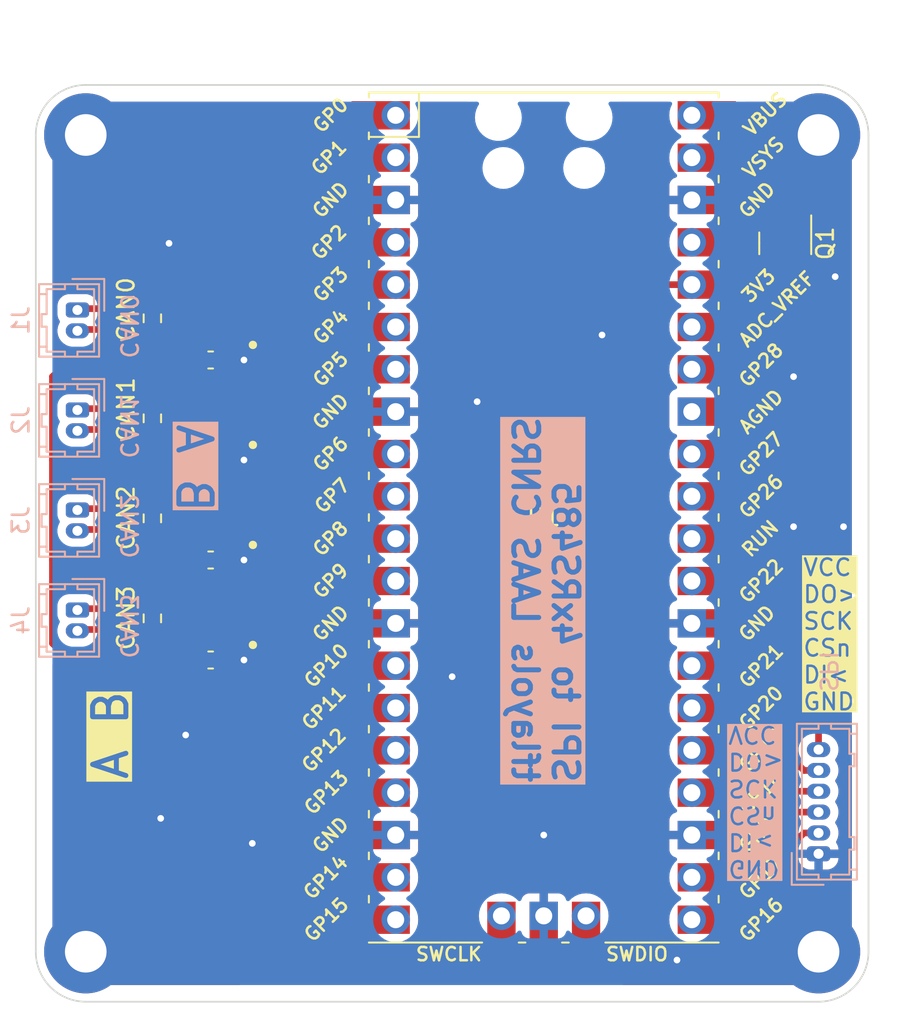
<source format=kicad_pcb>
(kicad_pcb (version 20240108) (generator "pcbnew") (generator_version "8.0")
  (layers (0 "F.Cu" signal) (31 "B.Cu" signal) (34 "B.Paste" user) (35 "F.Paste" user) (36 "B.SilkS" user "B.Silkscreen") (37 "F.SilkS" user "F.Silkscreen") (38 "B.Mask" user) (39 "F.Mask" user) (44 "Edge.Cuts" user))
  (net 0 "")
  (net 13 "Net-(IC1-A)")
  (net 14 "Net-(IC1-B)")
  (net 15 "Net-(IC2-A)")
  (net 16 "Net-(IC2-B)")
  (net 17 "Net-(IC3-A)")
  (net 18 "Net-(IC3-B)")
  (net 19 "Net-(IC4-A)")
  (net 20 "Net-(IC4-B)")
  (net 21 "/RX0")
  (net 22 "/TX0")
  (net 23 "GND")
  (net 24 "/OE0")
  (net 25 "/RX1")
  (net 26 "/TX1")
  (net 27 "/OE1")
  (net 28 "/RX2")
  (net 29 "/TX2")
  (net 30 "/OE2")
  (net 31 "/RX3")
  (net 32 "/TX3")
  (net 33 "/OE3")
  (net 34 "+3.3V")
  (net 35 "Net-(J7-Pin_6)")
  (net 36 "Net-(J7-Pin_5)")
  (net 37 "Net-(J7-Pin_4)")
  (net 38 "Net-(J7-Pin_3)")
  (net 39 "Net-(Q1-G)")
  (net 40 "Net-(Q1-S)")
  (net 41 "Net-(J7-Pin_2)")
  (footprint "Library:SON65P300X300X100-9N" (layer "F.Cu") (at 66.16 54.945 180)
    (property "Reference" "IC2" (hide yes))
    (property "Value" "THVD2450DRBR" (hide yes))
    (pad "1" smd rect (at -1.45 -0.975 270) (size 0.35 0.85) (layers "F.Cu" "F.Paste" "F.Mask") (net 25 "/RX1"))
    (pad "2" smd rect (at -1.45 -0.325 270) (size 0.35 0.85) (layers "F.Cu" "F.Paste" "F.Mask") (net 27 "/OE1"))
    (pad "3" smd rect (at -1.45 0.325 270) (size 0.35 0.85) (layers "F.Cu" "F.Paste" "F.Mask") (net 27 "/OE1"))
    (pad "4" smd rect (at -1.45 0.975 270) (size 0.35 0.85) (layers "F.Cu" "F.Paste" "F.Mask") (net 26 "/TX1"))
    (pad "5" smd rect (at 1.45 0.975 270) (size 0.35 0.85) (layers "F.Cu" "F.Paste" "F.Mask") (net 23 "GND"))
    (pad "6" smd rect (at 1.45 0.325 270) (size 0.35 0.85) (layers "F.Cu" "F.Paste" "F.Mask") (net 15 "Net-(IC2-A)"))
    (pad "7" smd rect (at 1.45 -0.325 270) (size 0.35 0.85) (layers "F.Cu" "F.Paste" "F.Mask") (net 16 "Net-(IC2-B)"))
    (pad "8" smd rect (at 1.45 -0.975 270) (size 0.35 0.85) (layers "F.Cu" "F.Paste" "F.Mask") (net 34 "+3.3V"))
    (pad "9" smd rect (at 0 0 180) (size 1.7 2.45) (layers "F.Cu" "F.Paste" "F.Mask") (net 23 "GND"))
  )
  (footprint "MountingHole:MountingHole_2.5mm_Pad_TopBottom" (layer "F.Cu") (at 102 38)
    (property "Reference" "H3" (hide yes))
    (property "Value" "MountingHole")
    (pad "1" thru_hole circle (at 0 0) (size 2.9 2.9) (drill 2.5) (layers "*.Cu" "*.Mask") (net 23 "GND"))
    (pad "1" connect circle (at 0 0) (size 5 5) (layers "F.Cu" "F.Mask") (net 23 "GND"))
    (pad "1" connect circle (at 0 0) (size 5 5) (layers "B.Cu" "B.Mask") (net 23 "GND"))
  )
  (footprint "MountingHole:MountingHole_2.5mm_Pad_TopBottom" (layer "F.Cu") (at 58 38)
    (property "Reference" "H1" (at 0 0 0) (layer "F.SilkS"))
    (property "Value" "MountingHole")
    (pad "1" thru_hole circle (at 0 0) (size 2.9 2.9) (drill 2.5) (layers "*.Cu" "*.Mask") (net 23 "GND"))
    (pad "1" connect circle (at 0 0) (size 5 5) (layers "F.Cu" "F.Mask") (net 23 "GND"))
    (pad "1" connect circle (at 0 0) (size 5 5) (layers "B.Cu" "B.Mask") (net 23 "GND"))
  )
  (footprint "Package_TO_SOT_SMD:SOT-23" (layer "F.Cu") (at 100 44.5 -90)
    (property "Reference" "Q1" (at 0 -2.4 90) (layer "F.SilkS"))
    (property "Value" "DMG2301L")
    (pad "1" smd roundrect (at -0.9375 -0.95 270) (size 1.475 0.6) (layers "F.Cu" "F.Paste" "F.Mask") (net 39 "Net-(Q1-G)"))
    (pad "2" smd roundrect (at -0.9375 0.95 270) (size 1.475 0.6) (layers "F.Cu" "F.Paste" "F.Mask") (net 40 "Net-(Q1-S)"))
    (pad "3" smd roundrect (at 0.9375 0 270) (size 1.475 0.6) (layers "F.Cu" "F.Paste" "F.Mask") (net 35 "Net-(J7-Pin_6)"))
  )
  (footprint "Resistor_SMD:R_0603_1608Metric" (layer "F.Cu") (at 62 49 90)
    (property "Reference" "R1" (hide yes))
    (property "Value" "120")
    (pad "1" smd roundrect (at -0.825 0 90) (size 0.8 0.95) (layers "F.Cu" "F.Paste" "F.Mask") (net 14 "Net-(IC1-B)"))
    (pad "2" smd roundrect (at 0.825 0 90) (size 0.8 0.95) (layers "F.Cu" "F.Paste" "F.Mask") (net 13 "Net-(IC1-A)"))
  )
  (footprint "MountingHole:MountingHole_2.5mm_Pad_TopBottom" (layer "F.Cu") (at 58 87)
    (property "Reference" "H2" (hide yes))
    (property "Value" "MountingHole")
    (pad "1" thru_hole circle (at 0 0) (size 2.9 2.9) (drill 2.5) (layers "*.Cu" "*.Mask") (net 23 "GND"))
    (pad "1" connect circle (at 0 0) (size 5 5) (layers "F.Cu" "F.Mask") (net 23 "GND"))
    (pad "1" connect circle (at 0 0) (size 5 5) (layers "B.Cu" "B.Mask") (net 23 "GND"))
  )
  (footprint "Resistor_SMD:R_0603_1608Metric" (layer "F.Cu") (at 62 61 90)
    (property "Reference" "R3" (hide yes))
    (property "Value" "120")
    (pad "1" smd roundrect (at -0.825 0 90) (size 0.8 0.95) (layers "F.Cu" "F.Paste" "F.Mask") (net 18 "Net-(IC3-B)"))
    (pad "2" smd roundrect (at 0.825 0 90) (size 0.8 0.95) (layers "F.Cu" "F.Paste" "F.Mask") (net 17 "Net-(IC3-A)"))
  )
  (footprint "Library:SON65P300X300X100-9N" (layer "F.Cu") (at 66.16 66.945 180)
    (property "Reference" "IC4" (hide yes))
    (property "Value" "THVD2450DRBR" (hide yes))
    (pad "1" smd rect (at -1.45 -0.975 270) (size 0.35 0.85) (layers "F.Cu" "F.Paste" "F.Mask") (net 31 "/RX3"))
    (pad "2" smd rect (at -1.45 -0.325 270) (size 0.35 0.85) (layers "F.Cu" "F.Paste" "F.Mask") (net 33 "/OE3"))
    (pad "3" smd rect (at -1.45 0.325 270) (size 0.35 0.85) (layers "F.Cu" "F.Paste" "F.Mask") (net 33 "/OE3"))
    (pad "4" smd rect (at -1.45 0.975 270) (size 0.35 0.85) (layers "F.Cu" "F.Paste" "F.Mask") (net 32 "/TX3"))
    (pad "5" smd rect (at 1.45 0.975 270) (size 0.35 0.85) (layers "F.Cu" "F.Paste" "F.Mask") (net 23 "GND"))
    (pad "6" smd rect (at 1.45 0.325 270) (size 0.35 0.85) (layers "F.Cu" "F.Paste" "F.Mask") (net 19 "Net-(IC4-A)"))
    (pad "7" smd rect (at 1.45 -0.325 270) (size 0.35 0.85) (layers "F.Cu" "F.Paste" "F.Mask") (net 20 "Net-(IC4-B)"))
    (pad "8" smd rect (at 1.45 -0.975 270) (size 0.35 0.85) (layers "F.Cu" "F.Paste" "F.Mask") (net 34 "+3.3V"))
    (pad "9" smd rect (at 0 0 180) (size 1.7 2.45) (layers "F.Cu" "F.Paste" "F.Mask") (net 23 "GND"))
  )
  (footprint "MCU_RaspberryPi_and_Boards:RPi_Pico_SMD_TH" (layer "F.Cu") (at 85.5 60.95)
    (property "Reference" "U1" (at 0 0 0) (layer "F.SilkS"))
    (property "Value" "Pico")
    (fp_text user "GND" (at -12.8 -6.35 45) (layer "F.SilkS") (effects (font (size 0.8 0.8))))
    (fp_text user "GND" (at 12.8 -19.05 45) (layer "F.SilkS") (effects (font (size 0.8 0.8))))
    (fp_text user "GP5" (at -12.8 -8.89 45) (layer "F.SilkS") (effects (font (size 0.8 0.8))))
    (fp_text user "AGND" (at 13.054 -6.35 45) (layer "F.SilkS") (effects (font (size 0.8 0.8))))
    (fp_text user "GP16" (at 13.054 24.13 45) (layer "F.SilkS") (effects (font (size 0.8 0.8))))
    (fp_text user "GP6" (at -12.8 -3.81 45) (layer "F.SilkS") (effects (font (size 0.8 0.8))))
    (fp_text user "GP3" (at -12.8 -13.97 45) (layer "F.SilkS") (effects (font (size 0.8 0.8))))
    (fp_text user "RUN" (at 13 1.27 45) (layer "F.SilkS") (effects (font (size 0.8 0.8))))
    (fp_text user "GP17" (at 13.054 21.59 45) (layer "F.SilkS") (effects (font (size 0.8 0.8))))
    (fp_text user "GP28" (at 13.054 -9.144 45) (layer "F.SilkS") (effects (font (size 0.8 0.8))))
    (fp_text user "GP9" (at -12.8 3.81 45) (layer "F.SilkS") (effects (font (size 0.8 0.8))))
    (fp_text user "VSYS" (at 13.2 -21.59 45) (layer "F.SilkS") (effects (font (size 0.8 0.8))))
    (fp_text user "GP11" (at -13.2 11.43 45) (layer "F.SilkS") (effects (font (size 0.8 0.8))))
    (fp_text user "GND" (at 12.8 6.35 45) (layer "F.SilkS") (effects (font (size 0.8 0.8))))
    (fp_text user "GP0" (at -12.8 -24.13 45) (layer "F.SilkS") (effects (font (size 0.8 0.8))))
    (fp_text user "GND" (at 12.8 19.05 45) (layer "F.SilkS") (effects (font (size 0.8 0.8))))
    (fp_text user "GND" (at -12.8 6.35 45) (layer "F.SilkS") (effects (font (size 0.8 0.8))))
    (fp_text user "GP1" (at -12.9 -21.6 45) (layer "F.SilkS") (effects (font (size 0.8 0.8))))
    (fp_text user "GP4" (at -12.8 -11.43 45) (layer "F.SilkS") (effects (font (size 0.8 0.8))))
    (fp_text user "3V3" (at 12.9 -13.9 45) (layer "F.SilkS") (effects (font (size 0.8 0.8))))
    (fp_text user "GP20" (at 13.054 11.43 45) (layer "F.SilkS") (effects (font (size 0.8 0.8))))
    (fp_text user "GP27" (at 13.054 -3.8 45) (layer "F.SilkS") (effects (font (size 0.8 0.8))))
    (fp_text user "GND" (at -12.8 -19.05 45) (layer "F.SilkS") (effects (font (size 0.8 0.8))))
    (fp_text user "GP10" (at -13.054 8.89 45) (layer "F.SilkS") (effects (font (size 0.8 0.8))))
    (fp_text user "GP2" (at -12.9 -16.51 45) (layer "F.SilkS") (effects (font (size 0.8 0.8))))
    (fp_text user "VBUS" (at 13.3 -24.2 45) (layer "F.SilkS") (effects (font (size 0.8 0.8))))
    (fp_text user "GND" (at -12.8 19.05 45) (layer "F.SilkS") (effects (font (size 0.8 0.8))))
    (fp_text user "GP12" (at -13.2 13.97 45) (layer "F.SilkS") (effects (font (size 0.8 0.8))))
    (fp_text user "SWDIO" (at 5.6 26.2 0) (layer "F.SilkS") (effects (font (size 0.8 0.8))))
    (fp_text user "ADC_VREF" (at 14 -12.5 45) (layer "F.SilkS") (effects (font (size 0.8 0.8))))
    (fp_text user "GP13" (at -13.054 16.51 45) (layer "F.SilkS") (effects (font (size 0.8 0.8))))
    (fp_text user "GP21" (at 13.054 8.9 45) (layer "F.SilkS") (effects (font (size 0.8 0.8))))
    (fp_text user "GP18" (at 13.054 16.51 45) (layer "F.SilkS") (effects (font (size 0.8 0.8))))
    (fp_text user "GP22" (at 13.054 3.81 45) (layer "F.SilkS") (effects (font (size 0.8 0.8))))
    (fp_text user "GP26" (at 13.054 -1.27 45) (layer "F.SilkS") (effects (font (size 0.8 0.8))))
    (fp_text user "SWCLK" (at -5.7 26.2 0) (layer "F.SilkS") (effects (font (size 0.8 0.8))))
    (fp_text user "GP14" (at -13.1 21.59 45) (layer "F.SilkS") (effects (font (size 0.8 0.8))))
    (fp_text user "GP8" (at -12.8 1.27 45) (layer "F.SilkS") (effects (font (size 0.8 0.8))))
    (fp_text user "GP19" (at 13.054 13.97 45) (layer "F.SilkS") (effects (font (size 0.8 0.8))))
    (fp_text user "GP7" (at -12.7 -1.3 45) (layer "F.SilkS") (effects (font (size 0.8 0.8))))
    (fp_text user "GP15" (at -13.054 24.13 45) (layer "F.SilkS") (effects (font (size 0.8 0.8))))
    (pad "" np_thru_hole oval (at -2.725 -24) (size 1.8 1.8) (drill 1.8) (layers "*.Cu" "*.Mask"))
    (pad "" np_thru_hole oval (at -2.425 -20.97) (size 1.5 1.5) (drill 1.5) (layers "*.Cu" "*.Mask"))
    (pad "" np_thru_hole oval (at 2.425 -20.97) (size 1.5 1.5) (drill 1.5) (layers "*.Cu" "*.Mask"))
    (pad "" np_thru_hole oval (at 2.725 -24) (size 1.8 1.8) (drill 1.8) (layers "*.Cu" "*.Mask"))
    (pad "1" thru_hole oval (at -8.89 -24.13) (size 1.7 1.7) (drill 1.02) (layers "*.Cu" "*.Mask") (net 22 "/TX0"))
    (pad "1" smd rect (at -8.89 -24.13) (size 3.5 1.7) (drill (offset -0.9 0)) (layers "F.Cu" "F.Mask") (net 22 "/TX0"))
    (pad "2" thru_hole oval (at -8.89 -21.59) (size 1.7 1.7) (drill 1.02) (layers "*.Cu" "*.Mask") (net 24 "/OE0"))
    (pad "2" smd rect (at -8.89 -21.59) (size 3.5 1.7) (drill (offset -0.9 0)) (layers "F.Cu" "F.Mask") (net 24 "/OE0"))
    (pad "3" thru_hole rect (at -8.89 -19.05) (size 1.7 1.7) (drill 1.02) (layers "*.Cu" "*.Mask") (net 23 "GND"))
    (pad "3" smd rect (at -8.89 -19.05) (size 3.5 1.7) (drill (offset -0.9 0)) (layers "F.Cu" "F.Mask") (net 23 "GND"))
    (pad "4" thru_hole oval (at -8.89 -16.51) (size 1.7 1.7) (drill 1.02) (layers "*.Cu" "*.Mask") (net 21 "/RX0"))
    (pad "4" smd rect (at -8.89 -16.51) (size 3.5 1.7) (drill (offset -0.9 0)) (layers "F.Cu" "F.Mask") (net 21 "/RX0"))
    (pad "5" thru_hole oval (at -8.89 -13.97) (size 1.7 1.7) (drill 1.02) (layers "*.Cu" "*.Mask") (net 26 "/TX1"))
    (pad "5" smd rect (at -8.89 -13.97) (size 3.5 1.7) (drill (offset -0.9 0)) (layers "F.Cu" "F.Mask") (net 26 "/TX1"))
    (pad "6" thru_hole oval (at -8.89 -11.43) (size 1.7 1.7) (drill 1.02) (layers "*.Cu" "*.Mask") (net 27 "/OE1"))
    (pad "6" smd rect (at -8.89 -11.43) (size 3.5 1.7) (drill (offset -0.9 0)) (layers "F.Cu" "F.Mask") (net 27 "/OE1"))
    (pad "7" thru_hole oval (at -8.89 -8.89) (size 1.7 1.7) (drill 1.02) (layers "*.Cu" "*.Mask") (net 25 "/RX1"))
    (pad "7" smd rect (at -8.89 -8.89) (size 3.5 1.7) (drill (offset -0.9 0)) (layers "F.Cu" "F.Mask") (net 25 "/RX1"))
    (pad "8" thru_hole rect (at -8.89 -6.35) (size 1.7 1.7) (drill 1.02) (layers "*.Cu" "*.Mask") (net 23 "GND"))
    (pad "8" smd rect (at -8.89 -6.35) (size 3.5 1.7) (drill (offset -0.9 0)) (layers "F.Cu" "F.Mask") (net 23 "GND"))
    (pad "9" thru_hole oval (at -8.89 -3.81) (size 1.7 1.7) (drill 1.02) (layers "*.Cu" "*.Mask") (net 29 "/TX2"))
    (pad "9" smd rect (at -8.89 -3.81) (size 3.5 1.7) (drill (offset -0.9 0)) (layers "F.Cu" "F.Mask") (net 29 "/TX2"))
    (pad "10" thru_hole oval (at -8.89 -1.27) (size 1.7 1.7) (drill 1.02) (layers "*.Cu" "*.Mask") (net 30 "/OE2"))
    (pad "10" smd rect (at -8.89 -1.27) (size 3.5 1.7) (drill (offset -0.9 0)) (layers "F.Cu" "F.Mask") (net 30 "/OE2"))
    (pad "11" thru_hole oval (at -8.89 1.27) (size 1.7 1.7) (drill 1.02) (layers "*.Cu" "*.Mask") (net 28 "/RX2"))
    (pad "11" smd rect (at -8.89 1.27) (size 3.5 1.7) (drill (offset -0.9 0)) (layers "F.Cu" "F.Mask") (net 28 "/RX2"))
    (pad "12" thru_hole oval (at -8.89 3.81) (size 1.7 1.7) (drill 1.02) (layers "*.Cu" "*.Mask") (net 32 "/TX3"))
    (pad "12" smd rect (at -8.89 3.81) (size 3.5 1.7) (drill (offset -0.9 0)) (layers "F.Cu" "F.Mask") (net 32 "/TX3"))
    (pad "13" thru_hole rect (at -8.89 6.35) (size 1.7 1.7) (drill 1.02) (layers "*.Cu" "*.Mask") (net 23 "GND"))
    (pad "13" smd rect (at -8.89 6.35) (size 3.5 1.7) (drill (offset -0.9 0)) (layers "F.Cu" "F.Mask") (net 23 "GND"))
    (pad "14" thru_hole oval (at -8.89 8.89) (size 1.7 1.7) (drill 1.02) (layers "*.Cu" "*.Mask") (net 33 "/OE3"))
    (pad "14" smd rect (at -8.89 8.89) (size 3.5 1.7) (drill (offset -0.9 0)) (layers "F.Cu" "F.Mask") (net 33 "/OE3"))
    (pad "15" thru_hole oval (at -8.89 11.43) (size 1.7 1.7) (drill 1.02) (layers "*.Cu" "*.Mask") (net 31 "/RX3"))
    (pad "15" smd rect (at -8.89 11.43) (size 3.5 1.7) (drill (offset -0.9 0)) (layers "F.Cu" "F.Mask") (net 31 "/RX3"))
    (pad "16" thru_hole oval (at -8.89 13.97) (size 1.7 1.7) (drill 1.02) (layers "*.Cu" "*.Mask"))
    (pad "16" smd rect (at -8.89 13.97) (size 3.5 1.7) (drill (offset -0.9 0)) (layers "F.Cu" "F.Mask"))
    (pad "17" thru_hole oval (at -8.89 16.51) (size 1.7 1.7) (drill 1.02) (layers "*.Cu" "*.Mask"))
    (pad "17" smd rect (at -8.89 16.51) (size 3.5 1.7) (drill (offset -0.9 0)) (layers "F.Cu" "F.Mask"))
    (pad "18" thru_hole rect (at -8.89 19.05) (size 1.7 1.7) (drill 1.02) (layers "*.Cu" "*.Mask") (net 23 "GND"))
    (pad "18" smd rect (at -8.89 19.05) (size 3.5 1.7) (drill (offset -0.9 0)) (layers "F.Cu" "F.Mask") (net 23 "GND"))
    (pad "19" thru_hole oval (at -8.89 21.59) (size 1.7 1.7) (drill 1.02) (layers "*.Cu" "*.Mask"))
    (pad "19" smd rect (at -8.89 21.59) (size 3.5 1.7) (drill (offset -0.9 0)) (layers "F.Cu" "F.Mask"))
    (pad "20" thru_hole oval (at -8.89 24.13) (size 1.7 1.7) (drill 1.02) (layers "*.Cu" "*.Mask"))
    (pad "20" smd rect (at -8.89 24.13) (size 3.5 1.7) (drill (offset -0.9 0)) (layers "F.Cu" "F.Mask"))
    (pad "21" thru_hole oval (at 8.89 24.13) (size 1.7 1.7) (drill 1.02) (layers "*.Cu" "*.Mask") (net 41 "Net-(J7-Pin_2)"))
    (pad "21" smd rect (at 8.89 24.13) (size 3.5 1.7) (drill (offset 0.9 0)) (layers "F.Cu" "F.Mask") (net 41 "Net-(J7-Pin_2)"))
    (pad "22" thru_hole oval (at 8.89 21.59) (size 1.7 1.7) (drill 1.02) (layers "*.Cu" "*.Mask") (net 38 "Net-(J7-Pin_3)"))
    (pad "22" smd rect (at 8.89 21.59) (size 3.5 1.7) (drill (offset 0.9 0)) (layers "F.Cu" "F.Mask") (net 38 "Net-(J7-Pin_3)"))
    (pad "23" thru_hole rect (at 8.89 19.05) (size 1.7 1.7) (drill 1.02) (layers "*.Cu" "*.Mask") (net 23 "GND"))
    (pad "23" smd rect (at 8.89 19.05) (size 3.5 1.7) (drill (offset 0.9 0)) (layers "F.Cu" "F.Mask") (net 23 "GND"))
    (pad "24" thru_hole oval (at 8.89 16.51) (size 1.7 1.7) (drill 1.02) (layers "*.Cu" "*.Mask") (net 37 "Net-(J7-Pin_4)"))
    (pad "24" smd rect (at 8.89 16.51) (size 3.5 1.7) (drill (offset 0.9 0)) (layers "F.Cu" "F.Mask") (net 37 "Net-(J7-Pin_4)"))
    (pad "25" thru_hole oval (at 8.89 13.97) (size 1.7 1.7) (drill 1.02) (layers "*.Cu" "*.Mask") (net 36 "Net-(J7-Pin_5)"))
    (pad "25" smd rect (at 8.89 13.97) (size 3.5 1.7) (drill (offset 0.9 0)) (layers "F.Cu" "F.Mask") (net 36 "Net-(J7-Pin_5)"))
    (pad "26" thru_hole oval (at 8.89 11.43) (size 1.7 1.7) (drill 1.02) (layers "*.Cu" "*.Mask"))
    (pad "26" smd rect (at 8.89 11.43) (size 3.5 1.7) (drill (offset 0.9 0)) (layers "F.Cu" "F.Mask"))
    (pad "27" thru_hole oval (at 8.89 8.89) (size 1.7 1.7) (drill 1.02) (layers "*.Cu" "*.Mask"))
    (pad "27" smd rect (at 8.89 8.89) (size 3.5 1.7) (drill (offset 0.9 0)) (layers "F.Cu" "F.Mask"))
    (pad "28" thru_hole rect (at 8.89 6.35) (size 1.7 1.7) (drill 1.02) (layers "*.Cu" "*.Mask") (net 23 "GND"))
    (pad "28" smd rect (at 8.89 6.35) (size 3.5 1.7) (drill (offset 0.9 0)) (layers "F.Cu" "F.Mask") (net 23 "GND"))
    (pad "29" thru_hole oval (at 8.89 3.81) (size 1.7 1.7) (drill 1.02) (layers "*.Cu" "*.Mask"))
    (pad "29" smd rect (at 8.89 3.81) (size 3.5 1.7) (drill (offset 0.9 0)) (layers "F.Cu" "F.Mask"))
    (pad "30" thru_hole oval (at 8.89 1.27) (size 1.7 1.7) (drill 1.02) (layers "*.Cu" "*.Mask"))
    (pad "30" smd rect (at 8.89 1.27) (size 3.5 1.7) (drill (offset 0.9 0)) (layers "F.Cu" "F.Mask"))
    (pad "31" thru_hole oval (at 8.89 -1.27) (size 1.7 1.7) (drill 1.02) (layers "*.Cu" "*.Mask"))
    (pad "31" smd rect (at 8.89 -1.27) (size 3.5 1.7) (drill (offset 0.9 0)) (layers "F.Cu" "F.Mask"))
    (pad "32" thru_hole oval (at 8.89 -3.81) (size 1.7 1.7) (drill 1.02) (layers "*.Cu" "*.Mask"))
    (pad "32" smd rect (at 8.89 -3.81) (size 3.5 1.7) (drill (offset 0.9 0)) (layers "F.Cu" "F.Mask"))
    (pad "33" thru_hole rect (at 8.89 -6.35) (size 1.7 1.7) (drill 1.02) (layers "*.Cu" "*.Mask"))
    (pad "33" smd rect (at 8.89 -6.35) (size 3.5 1.7) (drill (offset 0.9 0)) (layers "F.Cu" "F.Mask"))
    (pad "34" thru_hole oval (at 8.89 -8.89) (size 1.7 1.7) (drill 1.02) (layers "*.Cu" "*.Mask"))
    (pad "34" smd rect (at 8.89 -8.89) (size 3.5 1.7) (drill (offset 0.9 0)) (layers "F.Cu" "F.Mask"))
    (pad "35" thru_hole oval (at 8.89 -11.43) (size 1.7 1.7) (drill 1.02) (layers "*.Cu" "*.Mask"))
    (pad "35" smd rect (at 8.89 -11.43) (size 3.5 1.7) (drill (offset 0.9 0)) (layers "F.Cu" "F.Mask"))
    (pad "36" thru_hole oval (at 8.89 -13.97) (size 1.7 1.7) (drill 1.02) (layers "*.Cu" "*.Mask") (net 34 "+3.3V"))
    (pad "36" smd rect (at 8.89 -13.97) (size 3.5 1.7) (drill (offset 0.9 0)) (layers "F.Cu" "F.Mask") (net 34 "+3.3V"))
    (pad "37" thru_hole oval (at 8.89 -16.51) (size 1.7 1.7) (drill 1.02) (layers "*.Cu" "*.Mask"))
    (pad "37" smd rect (at 8.89 -16.51) (size 3.5 1.7) (drill (offset 0.9 0)) (layers "F.Cu" "F.Mask"))
    (pad "38" thru_hole rect (at 8.89 -19.05) (size 1.7 1.7) (drill 1.02) (layers "*.Cu" "*.Mask") (net 23 "GND"))
    (pad "38" smd rect (at 8.89 -19.05) (size 3.5 1.7) (drill (offset 0.9 0)) (layers "F.Cu" "F.Mask") (net 23 "GND"))
    (pad "39" thru_hole oval (at 8.89 -21.59) (size 1.7 1.7) (drill 1.02) (layers "*.Cu" "*.Mask") (net 40 "Net-(Q1-S)"))
    (pad "39" smd rect (at 8.89 -21.59) (size 3.5 1.7) (drill (offset 0.9 0)) (layers "F.Cu" "F.Mask") (net 40 "Net-(Q1-S)"))
    (pad "40" thru_hole oval (at 8.89 -24.13) (size 1.7 1.7) (drill 1.02) (layers "*.Cu" "*.Mask") (net 39 "Net-(Q1-G)"))
    (pad "40" smd rect (at 8.89 -24.13) (size 3.5 1.7) (drill (offset 0.9 0)) (layers "F.Cu" "F.Mask") (net 39 "Net-(Q1-G)"))
    (pad "41" thru_hole oval (at -2.54 23.9) (size 1.7 1.7) (drill 1.02) (layers "*.Cu" "*.Mask"))
    (pad "41" smd rect (at -2.54 23.9 90) (size 3.5 1.7) (drill (offset -0.9 0)) (layers "F.Cu" "F.Mask"))
    (pad "42" thru_hole rect (at 0 23.9) (size 1.7 1.7) (drill 1.02) (layers "*.Cu" "*.Mask") (net 23 "GND"))
    (pad "42" smd rect (at 0 23.9 90) (size 3.5 1.7) (drill (offset -0.9 0)) (layers "F.Cu" "F.Mask") (net 23 "GND"))
    (pad "43" thru_hole oval (at 2.54 23.9) (size 1.7 1.7) (drill 1.02) (layers "*.Cu" "*.Mask"))
    (pad "43" smd rect (at 2.54 23.9 90) (size 3.5 1.7) (drill (offset -0.9 0)) (layers "F.Cu" "F.Mask"))
  )
  (footprint "Library:SON65P300X300X100-9N" (layer "F.Cu") (at 66.16 48.945 180)
    (property "Reference" "IC1" (hide yes))
    (property "Value" "THVD2450DRBR" (hide yes))
    (pad "1" smd rect (at -1.45 -0.975 270) (size 0.35 0.85) (layers "F.Cu" "F.Paste" "F.Mask") (net 21 "/RX0"))
    (pad "2" smd rect (at -1.45 -0.325 270) (size 0.35 0.85) (layers "F.Cu" "F.Paste" "F.Mask") (net 24 "/OE0"))
    (pad "3" smd rect (at -1.45 0.325 270) (size 0.35 0.85) (layers "F.Cu" "F.Paste" "F.Mask") (net 24 "/OE0"))
    (pad "4" smd rect (at -1.45 0.975 270) (size 0.35 0.85) (layers "F.Cu" "F.Paste" "F.Mask") (net 22 "/TX0"))
    (pad "5" smd rect (at 1.45 0.975 270) (size 0.35 0.85) (layers "F.Cu" "F.Paste" "F.Mask") (net 23 "GND"))
    (pad "6" smd rect (at 1.45 0.325 270) (size 0.35 0.85) (layers "F.Cu" "F.Paste" "F.Mask") (net 13 "Net-(IC1-A)"))
    (pad "7" smd rect (at 1.45 -0.325 270) (size 0.35 0.85) (layers "F.Cu" "F.Paste" "F.Mask") (net 14 "Net-(IC1-B)"))
    (pad "8" smd rect (at 1.45 -0.975 270) (size 0.35 0.85) (layers "F.Cu" "F.Paste" "F.Mask") (net 34 "+3.3V"))
    (pad "9" smd rect (at 0 0 180) (size 1.7 2.45) (layers "F.Cu" "F.Paste" "F.Mask") (net 23 "GND"))
  )
  (footprint "Capacitor_SMD:C_0603_1608Metric" (layer "F.Cu") (at 65.5 63.5 180)
    (property "Reference" "C3" (hide yes))
    (property "Value" "C")
    (pad "1" smd roundrect (at -0.775 0 180) (size 0.9 0.95) (layers "F.Cu" "F.Paste" "F.Mask") (net 23 "GND"))
    (pad "2" smd roundrect (at 0.775 0 180) (size 0.9 0.95) (layers "F.Cu" "F.Paste" "F.Mask") (net 34 "+3.3V"))
  )
  (footprint "Library:SON65P300X300X100-9N" (layer "F.Cu") (at 66.16 60.945 180)
    (property "Reference" "IC3" (hide yes))
    (property "Value" "THVD2450DRBR" (hide yes))
    (pad "1" smd rect (at -1.45 -0.975 270) (size 0.35 0.85) (layers "F.Cu" "F.Paste" "F.Mask") (net 28 "/RX2"))
    (pad "2" smd rect (at -1.45 -0.325 270) (size 0.35 0.85) (layers "F.Cu" "F.Paste" "F.Mask") (net 30 "/OE2"))
    (pad "3" smd rect (at -1.45 0.325 270) (size 0.35 0.85) (layers "F.Cu" "F.Paste" "F.Mask") (net 30 "/OE2"))
    (pad "4" smd rect (at -1.45 0.975 270) (size 0.35 0.85) (layers "F.Cu" "F.Paste" "F.Mask") (net 29 "/TX2"))
    (pad "5" smd rect (at 1.45 0.975 270) (size 0.35 0.85) (layers "F.Cu" "F.Paste" "F.Mask") (net 23 "GND"))
    (pad "6" smd rect (at 1.45 0.325 270) (size 0.35 0.85) (layers "F.Cu" "F.Paste" "F.Mask") (net 17 "Net-(IC3-A)"))
    (pad "7" smd rect (at 1.45 -0.325 270) (size 0.35 0.85) (layers "F.Cu" "F.Paste" "F.Mask") (net 18 "Net-(IC3-B)"))
    (pad "8" smd rect (at 1.45 -0.975 270) (size 0.35 0.85) (layers "F.Cu" "F.Paste" "F.Mask") (net 34 "+3.3V"))
    (pad "9" smd rect (at 0 0 180) (size 1.7 2.45) (layers "F.Cu" "F.Paste" "F.Mask") (net 23 "GND"))
  )
  (footprint "Capacitor_SMD:C_0603_1608Metric" (layer "F.Cu") (at 65.5 69.5 180)
    (property "Reference" "C4" (hide yes))
    (property "Value" "C")
    (pad "1" smd roundrect (at -0.775 0 180) (size 0.9 0.95) (layers "F.Cu" "F.Paste" "F.Mask") (net 23 "GND"))
    (pad "2" smd roundrect (at 0.775 0 180) (size 0.9 0.95) (layers "F.Cu" "F.Paste" "F.Mask") (net 34 "+3.3V"))
  )
  (footprint "Resistor_SMD:R_0603_1608Metric" (layer "F.Cu") (at 62 67 90)
    (property "Reference" "R4" (hide yes))
    (property "Value" "120")
    (pad "1" smd roundrect (at -0.825 0 90) (size 0.8 0.95) (layers "F.Cu" "F.Paste" "F.Mask") (net 20 "Net-(IC4-B)"))
    (pad "2" smd roundrect (at 0.825 0 90) (size 0.8 0.95) (layers "F.Cu" "F.Paste" "F.Mask") (net 19 "Net-(IC4-A)"))
  )
  (footprint "Resistor_SMD:R_0603_1608Metric" (layer "F.Cu") (at 62 55 90)
    (property "Reference" "R2" (hide yes))
    (property "Value" "120")
    (pad "1" smd roundrect (at -0.825 0 90) (size 0.8 0.95) (layers "F.Cu" "F.Paste" "F.Mask") (net 16 "Net-(IC2-B)"))
    (pad "2" smd roundrect (at 0.825 0 90) (size 0.8 0.95) (layers "F.Cu" "F.Paste" "F.Mask") (net 15 "Net-(IC2-A)"))
  )
  (footprint "Capacitor_SMD:C_0603_1608Metric" (layer "F.Cu") (at 65.5 57.5 180)
    (property "Reference" "C2" (hide yes))
    (property "Value" "C")
    (pad "1" smd roundrect (at -0.775 0 180) (size 0.9 0.95) (layers "F.Cu" "F.Paste" "F.Mask") (net 23 "GND"))
    (pad "2" smd roundrect (at 0.775 0 180) (size 0.9 0.95) (layers "F.Cu" "F.Paste" "F.Mask") (net 34 "+3.3V"))
  )
  (footprint "Capacitor_SMD:C_0603_1608Metric" (layer "F.Cu") (at 65.5 51.5 180)
    (property "Reference" "C1" (hide yes))
    (property "Value" "C")
    (pad "1" smd roundrect (at -0.775 0 180) (size 0.9 0.95) (layers "F.Cu" "F.Paste" "F.Mask") (net 23 "GND"))
    (pad "2" smd roundrect (at 0.775 0 180) (size 0.9 0.95) (layers "F.Cu" "F.Paste" "F.Mask") (net 34 "+3.3V"))
  )
  (footprint "MountingHole:MountingHole_2.5mm_Pad_TopBottom" (layer "F.Cu") (at 102 87)
    (property "Reference" "H4" (hide yes))
    (property "Value" "MountingHole")
    (pad "1" thru_hole circle (at 0 0) (size 2.9 2.9) (drill 2.5) (layers "*.Cu" "*.Mask") (net 23 "GND"))
    (pad "1" connect circle (at 0 0) (size 5 5) (layers "F.Cu" "F.Mask") (net 23 "GND"))
    (pad "1" connect circle (at 0 0) (size 5 5) (layers "B.Cu" "B.Mask") (net 23 "GND"))
  )
  (footprint "Connector_Hirose:Hirose_DF13-02P-1.25DSA_1x02_P1.25mm_Vertical" (layer "B.Cu") (at 57.5 60.5 -90)
    (property "Reference" "J3" (at 0.62 3.4 90) (layer "B.SilkS") (effects (justify mirror)))
    (property "Value" "Conn_01x02_Pin")
    (pad "1" thru_hole roundrect (at 0 0 270) (size 0.9 1.4) (drill 0.6) (layers "*.Cu" "*.Mask") (net 17 "Net-(IC3-A)"))
    (pad "2" thru_hole oval (at 1.25 0 270) (size 0.9 1.4) (drill 0.6) (layers "*.Cu" "*.Mask") (net 18 "Net-(IC3-B)"))
  )
  (footprint "Connector_Hirose:Hirose_DF13-02P-1.25DSA_1x02_P1.25mm_Vertical" (layer "B.Cu") (at 57.5 48.5 -90)
    (property "Reference" "J1" (at 0.62 3.4 90) (layer "B.SilkS") (effects (justify mirror)))
    (property "Value" "Conn_01x02_Pin")
    (pad "1" thru_hole roundrect (at 0 0 270) (size 0.9 1.4) (drill 0.6) (layers "*.Cu" "*.Mask") (net 13 "Net-(IC1-A)"))
    (pad "2" thru_hole oval (at 1.25 0 270) (size 0.9 1.4) (drill 0.6) (layers "*.Cu" "*.Mask") (net 14 "Net-(IC1-B)"))
  )
  (footprint "Connector_Hirose:Hirose_DF13-02P-1.25DSA_1x02_P1.25mm_Vertical" (layer "B.Cu") (at 57.5 54.5 -90)
    (property "Reference" "J2" (at 0.62 3.4 90) (layer "B.SilkS") (effects (justify mirror)))
    (property "Value" "Conn_01x02_Pin")
    (pad "1" thru_hole roundrect (at 0 0 270) (size 0.9 1.4) (drill 0.6) (layers "*.Cu" "*.Mask") (net 15 "Net-(IC2-A)"))
    (pad "2" thru_hole oval (at 1.25 0 270) (size 0.9 1.4) (drill 0.6) (layers "*.Cu" "*.Mask") (net 16 "Net-(IC2-B)"))
  )
  (footprint "Connector_Hirose:Hirose_DF13-02P-1.25DSA_1x02_P1.25mm_Vertical" (layer "B.Cu") (at 57.5 66.5 -90)
    (property "Reference" "J4" (at 0.62 3.4 90) (layer "B.SilkS") (effects (justify mirror)))
    (property "Value" "Conn_01x02_Pin")
    (pad "1" thru_hole roundrect (at 0 0 270) (size 0.9 1.4) (drill 0.6) (layers "*.Cu" "*.Mask") (net 19 "Net-(IC4-A)"))
    (pad "2" thru_hole oval (at 1.25 0 270) (size 0.9 1.4) (drill 0.6) (layers "*.Cu" "*.Mask") (net 20 "Net-(IC4-B)"))
  )
  (footprint "Connector_Hirose:Hirose_DF13-06P-1.25DSA_1x06_P1.25mm_Vertical" (layer "B.Cu") (at 102 81.125 90)
    (property "Reference" "J7" (hide yes))
    (property "Value" "Conn_01x06")
    (pad "1" thru_hole roundrect (at 0 0 90) (size 0.9 1.4) (drill 0.6) (layers "*.Cu" "*.Mask") (net 23 "GND"))
    (pad "2" thru_hole oval (at 1.25 0 90) (size 0.9 1.4) (drill 0.6) (layers "*.Cu" "*.Mask") (net 41 "Net-(J7-Pin_2)"))
    (pad "3" thru_hole oval (at 2.5 0 90) (size 0.9 1.4) (drill 0.6) (layers "*.Cu" "*.Mask") (net 38 "Net-(J7-Pin_3)"))
    (pad "4" thru_hole oval (at 3.75 0 90) (size 0.9 1.4) (drill 0.6) (layers "*.Cu" "*.Mask") (net 37 "Net-(J7-Pin_4)"))
    (pad "5" thru_hole oval (at 5 0 90) (size 0.9 1.4) (drill 0.6) (layers "*.Cu" "*.Mask") (net 36 "Net-(J7-Pin_5)"))
    (pad "6" thru_hole oval (at 6.25 0 90) (size 0.9 1.4) (drill 0.6) (layers "*.Cu" "*.Mask") (net 35 "Net-(J7-Pin_6)"))
  )
  (gr_line (start 102 90) (end 58 90) (stroke (width 0.1)) (layer "Edge.Cuts"))
  (gr_line (start 58 35) (end 102 35) (stroke (width 0.1)) (layer "Edge.Cuts"))
  (gr_arc (start 105 87) (mid 104.12132 89.12132) (end 102 90) (stroke (width 0.1)) (layer "Edge.Cuts"))
  (gr_arc (start 102 35) (mid 104.12132 35.87868) (end 105 38) (stroke (width 0.1)) (layer "Edge.Cuts"))
  (gr_line (start 105 38) (end 105 87) (stroke (width 0.1)) (layer "Edge.Cuts"))
  (gr_line (start 55 87) (end 55 38) (stroke (width 0.1)) (layer "Edge.Cuts"))
  (gr_arc (start 55 38) (mid 55.87868 35.87868) (end 58 35) (stroke (width 0.1)) (layer "Edge.Cuts"))
  (gr_arc (start 58 90) (mid 55.87868 89.12132) (end 55 87) (stroke (width 0.1)) (layer "Edge.Cuts"))
  (gr_text " B A " (at 64.5 58 270) (layer "B.SilkS" knockout) (effects (font (size 2 2) (thickness 0.3)) (justify mirror)))
  (gr_text "CAN2" (at 60 63.5 270) (layer "B.SilkS") (effects (font (size 1 1)) (justify left bottom mirror)))
  (gr_text "SPI to 4xRS485\ntflayols LAAS CNRS" (at 83.5 77 -90) (layer "B.SilkS" knockout) (effects (font (size 1.5 1.5) (thickness 0.3) (bold yes)) (justify left bottom mirror)))
  (gr_text "CAN0" (at 60 51.5 270) (layer "B.SilkS") (effects (font (size 1 1)) (justify left bottom mirror)))
  (gr_text "SPI" (at 102 71.5 270) (layer "B.SilkS") (effects (font (size 1 1)) (justify left bottom mirror)))
  (gr_text "CAN1" (at 60 57.5 270) (layer "B.SilkS") (effects (font (size 1 1)) (justify left bottom mirror)))
  (gr_text "GND\nDI<\nCSn\nSCK\nDO>\nVCC" (at 96.5 78 180) (layer "B.SilkS" knockout) (effects (font (size 1 1)) (justify left mirror)))
  (gr_text "CAN3" (at 60 69.5 270) (layer "B.SilkS") (effects (font (size 1 1)) (justify left bottom mirror)))
  (gr_text "CAN0" (at 61 50.5 -270) (layer "F.SilkS") (effects (font (size 1 1)) (justify left bottom)))
  (gr_text " A B " (at 59.5 74 90) (layer "F.SilkS" knockout) (effects (font (size 2 2) (thickness 0.3))))
  (gr_text "VCC\nDO>\nSCK\nCSn\nDI<\nGND\n\n\n\n\n\n" (at 101 72 0) (layer "F.SilkS" knockout) (effects (font (size 1 1)) (justify left)))
  (gr_text "CAN2" (at 61 63 -270) (layer "F.SilkS") (effects (font (size 1 1)) (justify left bottom)))
  (gr_text "CAN3" (at 61 69 -270) (layer "F.SilkS") (effects (font (size 1 1)) (justify left bottom)))
  (gr_text "CAN1" (at 61 56.5 -270) (layer "F.SilkS") (effects (font (size 1 1)) (justify left bottom)))
  (segment (start 61 48.175) (end 62 48.175) (width 0.4) (layer "F.Cu") (net 13))
  (segment (start 60.755 48.42) (end 61 48.175) (width 0.4) (layer "F.Cu") (net 13))
  (segment (start 63.175 48.175) (end 62 48.175) (width 0.4) (layer "F.Cu") (net 13))
  (segment (start 63.62 48.62) (end 63.175 48.175) (width 0.4) (layer "F.Cu") (net 13))
  (segment (start 64.71 48.62) (end 63.62 48.62) (width 0.4) (layer "F.Cu") (net 13))
  (segment (start 57.61 48.42) (end 60.755 48.42) (width 0.4) (layer "F.Cu") (net 13))
  (segment (start 64.71 49.27) (end 63.73 49.27) (width 0.4) (layer "F.Cu") (net 14))
  (segment (start 63.175 49.825) (end 62 49.825) (width 0.4) (layer "F.Cu") (net 14))
  (segment (start 61 49.825) (end 62 49.825) (width 0.4) (layer "F.Cu") (net 14))
  (segment (start 63.73 49.27) (end 63.175 49.825) (width 0.4) (layer "F.Cu") (net 14))
  (segment (start 60.845 49.67) (end 61 49.825) (width 0.4) (layer "F.Cu") (net 14))
  (segment (start 57.61 49.67) (end 60.845 49.67) (width 0.4) (layer "F.Cu") (net 14))
  (segment (start 63.175 54.175) (end 63.62 54.62) (width 0.4) (layer "F.Cu") (net 15))
  (segment (start 57.61 54.42) (end 60.5 54.42) (width 0.4) (layer "F.Cu") (net 15))
  (segment (start 60.745 54.175) (end 62 54.175) (width 0.4) (layer "F.Cu") (net 15))
  (segment (start 63.62 54.62) (end 64.71 54.62) (width 0.4) (layer "F.Cu") (net 15))
  (segment (start 60.5 54.42) (end 60.745 54.175) (width 0.4) (layer "F.Cu") (net 15))
  (segment (start 62 54.175) (end 63.175 54.175) (width 0.4) (layer "F.Cu") (net 15))
  (segment (start 60.5 55.67) (end 60.655 55.825) (width 0.4) (layer "F.Cu") (net 16))
  (segment (start 60.655 55.825) (end 62 55.825) (width 0.4) (layer "F.Cu") (net 16))
  (segment (start 57.61 55.67) (end 60.5 55.67) (width 0.4) (layer "F.Cu") (net 16))
  (segment (start 63.175 55.825) (end 62 55.825) (width 0.4) (layer "F.Cu") (net 16))
  (segment (start 64.71 55.27) (end 63.73 55.27) (width 0.4) (layer "F.Cu") (net 16))
  (segment (start 63.73 55.27) (end 63.175 55.825) (width 0.4) (layer "F.Cu") (net 16))
  (segment (start 61 60.175) (end 62 60.175) (width 0.4) (layer "F.Cu") (net 17))
  (segment (start 62 60.175) (end 63.3075 60.175) (width 0.4) (layer "F.Cu") (net 17))
  (segment (start 60.755 60.42) (end 61 60.175) (width 0.4) (layer "F.Cu") (net 17))
  (segment (start 57.61 60.42) (end 60.755 60.42) (width 0.4) (layer "F.Cu") (net 17))
  (segment (start 63.7525 60.62) (end 64.71 60.62) (width 0.4) (layer "F.Cu") (net 17))
  (segment (start 63.3075 60.175) (end 63.7525 60.62) (width 0.4) (layer "F.Cu") (net 17))
  (segment (start 63.175 61.825) (end 63.73 61.27) (width 0.4) (layer "F.Cu") (net 18))
  (segment (start 57.61 61.67) (end 60.845 61.67) (width 0.4) (layer "F.Cu") (net 18))
  (segment (start 62 61.825) (end 63.175 61.825) (width 0.4) (layer "F.Cu") (net 18))
  (segment (start 61 61.825) (end 62 61.825) (width 0.4) (layer "F.Cu") (net 18))
  (segment (start 63.73 61.27) (end 64.71 61.27) (width 0.4) (layer "F.Cu") (net 18))
  (segment (start 60.845 61.67) (end 61 61.825) (width 0.4) (layer "F.Cu") (net 18))
  (segment (start 63.175 66.175) (end 63.62 66.62) (width 0.4) (layer "F.Cu") (net 19))
  (segment (start 60.755 66.42) (end 61 66.175) (width 0.4) (layer "F.Cu") (net 19))
  (segment (start 63.62 66.62) (end 64.71 66.62) (width 0.4) (layer "F.Cu") (net 19))
  (segment (start 62 66.175) (end 63.175 66.175) (width 0.4) (layer "F.Cu") (net 19))
  (segment (start 57.61 66.42) (end 60.755 66.42) (width 0.4) (layer "F.Cu") (net 19))
  (segment (start 61 66.175) (end 62 66.175) (width 0.4) (layer "F.Cu") (net 19))
  (segment (start 60.845 67.67) (end 61 67.825) (width 0.4) (layer "F.Cu") (net 20))
  (segment (start 61 67.825) (end 62 67.825) (width 0.4) (layer "F.Cu") (net 20))
  (segment (start 64.71 67.27) (end 63.73 67.27) (width 0.4) (layer "F.Cu") (net 20))
  (segment (start 63.175 67.825) (end 62 67.825) (width 0.4) (layer "F.Cu") (net 20))
  (segment (start 57.61 67.67) (end 60.845 67.67) (width 0.4) (layer "F.Cu") (net 20))
  (segment (start 63.73 67.27) (end 63.175 67.825) (width 0.4) (layer "F.Cu") (net 20))
  (segment (start 70.5 47.5) (end 73.56 44.44) (width 0.4) (layer "F.Cu") (net 21))
  (segment (start 70.5 48.863528) (end 70.5 47.5) (width 0.4) (layer "F.Cu") (net 21))
  (segment (start 69.443528 49.92) (end 70.5 48.863528) (width 0.4) (layer "F.Cu") (net 21))
  (segment (start 67.61 49.92) (end 69.443528 49.92) (width 0.4) (layer "F.Cu") (net 21))
  (segment (start 73.56 44.44) (end 75.575 44.44) (width 0.4) (layer "F.Cu") (net 21))
  (segment (start 67.61 47.97) (end 67.61 42.39) (width 0.4) (layer "F.Cu") (net 22))
  (segment (start 73.18 36.82) (end 75.21 36.82) (width 0.4) (layer "F.Cu") (net 22))
  (segment (start 67.61 42.39) (end 73.18 36.82) (width 0.4) (layer "F.Cu") (net 22))
  (segment (start 66.16 48.595) (end 66.16 48.945) (width 0.4) (layer "F.Cu") (net 23))
  (via (at 80 70.5) (size 0.8) (drill 0.4) (layers "F.Cu" "B.Cu") (net 23))
  (via (at 68 80.5) (size 0.8) (drill 0.4) (layers "F.Cu" "B.Cu") (net 23))
  (via (at 62.5 79) (size 0.8) (drill 0.4) (layers "F.Cu" "B.Cu") (net 23))
  (via (at 103.5 61.5) (size 0.8) (drill 0.4) (layers "F.Cu" "B.Cu") (net 23))
  (via (at 89 50) (size 0.8) (drill 0.4) (layers "F.Cu" "B.Cu") (net 23))
  (via (at 100.5 52.5) (size 0.8) (drill 0.4) (layers "F.Cu" "B.Cu") (net 23))
  (via (at 93.5 87.5) (size 0.8) (drill 0.4) (layers "F.Cu" "B.Cu") (net 23))
  (via (at 63 44.5) (size 0.8) (drill 0.4) (layers "F.Cu" "B.Cu") (net 23))
  (via (at 64 74) (size 0.8) (drill 0.4) (layers "F.Cu" "B.Cu") (net 23))
  (via (at 67.5 69.5) (size 0.8) (drill 0.4) (layers "F.Cu" "B.Cu") (net 23))
  (via (at 67.5 57.5) (size 0.8) (drill 0.4) (layers "F.Cu" "B.Cu") (net 23))
  (via (at 85.5 80) (size 0.8) (drill 0.4) (layers "F.Cu" "B.Cu") (net 23))
  (via (at 67.5 51.5) (size 0.8) (drill 0.4) (layers "F.Cu" "B.Cu") (net 23))
  (via (at 100.5 61.5) (size 0.8) (drill 0.4) (layers "F.Cu" "B.Cu") (net 23))
  (via (at 67.5 63.5) (size 0.8) (drill 0.4) (layers "F.Cu" "B.Cu") (net 23))
  (via (at 81.5 54) (size 0.8) (drill 0.4) (layers "F.Cu" "B.Cu") (net 23))
  (via (at 103 46.5) (size 0.8) (drill 0.4) (layers "F.Cu" "B.Cu") (net 23))
  (segment (start 69.028629 43.471371) (end 73.14 39.36) (width 0.4) (layer "F.Cu") (net 24))
  (segment (start 69 48.62) (end 69.028629 48.648629) (width 0.4) (layer "F.Cu") (net 24))
  (segment (start 69.028629 48.927258) (end 69.028629 43.471371) (width 0.4) (layer "F.Cu") (net 24))
  (segment (start 67.61 49.27) (end 69.028629 49.27) (width 0.4) (layer "F.Cu") (net 24))
  (segment (start 73.14 39.36) (end 74.73 39.36) (width 0.4) (layer "F.Cu") (net 24))
  (segment (start 69.028629 48.648629) (end 69.028629 48.927258) (width 0.4) (layer "F.Cu") (net 24))
  (segment (start 69.028629 49.27) (end 69.028629 48.927258) (width 0.4) (layer "F.Cu") (net 24))
  (segment (start 76.61 39.36) (end 76.55 39.42) (width 0.25) (layer "F.Cu") (net 24))
  (segment (start 67.61 48.62) (end 69 48.62) (width 0.4) (layer "F.Cu") (net 24))
  (segment (start 70.08 55.92) (end 73.94 52.06) (width 0.4) (layer "F.Cu") (net 25))
  (segment (start 73.94 52.06) (end 74.97 52.06) (width 0.4) (layer "F.Cu") (net 25))
  (segment (start 67.61 55.92) (end 70.08 55.92) (width 0.4) (layer "F.Cu") (net 25))
  (segment (start 68 53.68) (end 68 53.29) (width 0.4) (layer "F.Cu") (net 26))
  (segment (start 72.5 48.79) (end 72.5 48) (width 0.4) (layer "F.Cu") (net 26))
  (segment (start 73.52 46.98) (end 75.3 46.98) (width 0.4) (layer "F.Cu") (net 26))
  (segment (start 68 53.29) (end 72.5 48.79) (width 0.4) (layer "F.Cu") (net 26))
  (segment (start 72.5 48) (end 73.52 46.98) (width 0.4) (layer "F.Cu") (net 26))
  (segment (start 67.61 53.97) (end 67.71 53.97) (width 0.4) (layer "F.Cu") (net 26))
  (segment (start 67.71 53.97) (end 68 53.68) (width 0.4) (layer "F.Cu") (net 26))
  (segment (start 73.73 49.52) (end 75.135 49.52) (width 0.4) (layer "F.Cu") (net 27))
  (segment (start 68.76 54.49) (end 73.73 49.52) (width 0.4) (layer "F.Cu") (net 27))
  (segment (start 68.63 54.62) (end 68.76 54.49) (width 0.4) (layer "F.Cu") (net 27))
  (segment (start 68.76 55.27) (end 68.76 54.49) (width 0.4) (layer "F.Cu") (net 27))
  (segment (start 67.61 54.62) (end 68.63 54.62) (width 0.4) (layer "F.Cu") (net 27))
  (segment (start 68.76 55.27) (end 67.61 55.27) (width 0.4) (layer "F.Cu") (net 27))
  (segment (start 68.92 61.92) (end 69.22 62.22) (width 0.4) (layer "F.Cu") (net 28))
  (segment (start 69.22 62.22) (end 76.61 62.22) (width 0.4) (layer "F.Cu") (net 28))
  (segment (start 67.61 61.92) (end 68.92 61.92) (width 0.4) (layer "F.Cu") (net 28))
  (segment (start 67.61 59.97) (end 71.53 59.97) (width 0.4) (layer "F.Cu") (net 29))
  (segment (start 71.53 59.97) (end 74.36 57.14) (width 0.4) (layer "F.Cu") (net 29))
  (segment (start 69.11 60.92) (end 72.58 60.92) (width 0.4) (layer "F.Cu") (net 30))
  (segment (start 67.61 60.62) (end 68.81 60.62) (width 0.4) (layer "F.Cu") (net 30))
  (segment (start 68.76 61.27) (end 67.61 61.27) (width 0.4) (layer "F.Cu") (net 30))
  (segment (start 73.82 59.68) (end 76.61 59.68) (width 0.4) (layer "F.Cu") (net 30))
  (segment (start 72.58 60.92) (end 73.82 59.68) (width 0.4) (layer "F.Cu") (net 30))
  (segment (start 69.11 60.92) (end 68.76 61.27) (width 0.4) (layer "F.Cu") (net 30))
  (segment (start 68.81 60.62) (end 69.11 60.92) (width 0.4) (layer "F.Cu") (net 30))
  (segment (start 67.61 67.92) (end 69.42 67.92) (width 0.4) (layer "F.Cu") (net 31))
  (segment (start 73.88 72.38) (end 74.57 72.38) (width 0.4) (layer "F.Cu") (net 31))
  (segment (start 69.42 67.92) (end 73.88 72.38) (width 0.4) (layer "F.Cu") (net 31))
  (segment (start 73.27 64.76) (end 72.06 65.97) (width 0.4) (layer "F.Cu") (net 32))
  (segment (start 76.61 64.76) (end 73.27 64.76) (width 0.4) (layer "F.Cu") (net 32))
  (segment (start 72.06 65.97) (end 67.61 65.97) (width 0.4) (layer "F.Cu") (net 32))
  (segment (start 68.76 67.27) (end 67.61 67.27) (width 0.4) (layer "F.Cu") (net 33))
  (segment (start 68.81 66.62) (end 69.11 66.92) (width 0.4) (layer "F.Cu") (net 33))
  (segment (start 67.61 66.62) (end 68.81 66.62) (width 0.4) (layer "F.Cu") (net 33))
  (segment (start 70.92 66.92) (end 73.84 69.84) (width 0.4) (layer "F.Cu") (net 33))
  (segment (start 73.84 69.84) (end 74.53 69.84) (width 0.4) (layer "F.Cu") (net 33))
  (segment (start 69.11 66.92) (end 68.76 67.27) (width 0.4) (layer "F.Cu") (net 33))
  (segment (start 69.11 66.92) (end 70.92 66.92) (width 0.4) (layer "F.Cu") (net 33))
  (segment (start 64.71 57.485) (end 64.725 57.5) (width 0.4) (layer "F.Cu") (net 34))
  (segment (start 57 69.5) (end 64.725 69.5) (width 0.4) (layer "F.Cu") (net 34))
  (segment (start 57 51.5) (end 56 52.5) (width 0.4) (layer "F.Cu") (net 34))
  (segment (start 64.725 63.5) (end 56 63.5) (width 0.4) (layer "F.Cu") (net 34))
  (segment (start 91.5 48) (end 92.52 46.98) (width 0.4) (layer "F.Cu") (net 34))
  (segment (start 64.71 55.92) (end 64.71 57.485) (width 0.4) (layer "F.Cu") (net 34))
  (segment (start 56 52.5) (end 56 68.5) (width 0.4) (layer "F.Cu") (net 34))
  (segment (start 64.71 69.485) (end 64.725 69.5) (width 0.4) (layer "F.Cu") (net 34))
  (segment (start 64.71 61.92) (end 64.71 63.485) (width 0.4) (layer "F.Cu") (net 34))
  (segment (start 64.71 51.485) (end 64.725 51.5) (width 0.4) (layer "F.Cu") (net 34))
  (segment (start 64.725 69.775) (end 64.725 69.5) (width 0.4) (layer "F.Cu") (net 34))
  (segment (start 64.71 63.485) (end 64.725 63.5) (width 0.4) (layer "F.Cu") (net 34))
  (segment (start 64.725 57.5) (end 56 57.5) (width 0.4) (layer "F.Cu") (net 34))
  (segment (start 89.5 88.5) (end 91.5 86.5) (width 0.4) (layer "F.Cu") (net 34))
  (segment (start 64.71 67.92) (end 64.71 69.485) (width 0.4) (layer "F.Cu") (net 34))
  (segment (start 92.52 46.98) (end 94.39 46.98) (width 0.4) (layer "F.Cu") (net 34))
  (segment (start 91.5 86.5) (end 91.5 48) (width 0.4) (layer "F.Cu") (net 34))
  (segment (start 57 77.5) (end 68 88.5) (width 0.4) (layer "F.Cu") (net 34))
  (segment (start 57 69.5) (end 57 77.5) (width 0.4) (layer "F.Cu") (net 34))
  (segment (start 64.71 49.92) (end 64.71 51.485) (width 0.4) (layer "F.Cu") (net 34))
  (segment (start 64.725 51.5) (end 57 51.5) (width 0.4) (layer "F.Cu") (net 34))
  (segment (start 56 68.5) (end 57 69.5) (width 0.4) (layer "F.Cu") (net 34))
  (segment (start 68 88.5) (end 89.5 88.5) (width 0.4) (layer "F.Cu") (net 34))
  (segment (start 102 49) (end 102 74.875) (width 0.4) (layer "F.Cu") (net 35))
  (segment (start 100 47) (end 102 49) (width 0.4) (layer "F.Cu") (net 35))
  (segment (start 100 47) (end 100 45.4375) (width 0.4) (layer "F.Cu") (net 35))
  (segment (start 99.62 75.22) (end 99.62 75.535862) (width 0.4) (layer "F.Cu") (net 36))
  (segment (start 101.125 76.125) (end 99.92 74.92) (width 0.4) (layer "F.Cu") (net 36))
  (segment (start 102 76.125) (end 101.125 76.125) (width 0.4) (layer "F.Cu") (net 36))
  (segment (start 99.02 75.22) (end 99.02 74.304149) (width 0.4) (layer "F.Cu") (net 36))
  (segment (start 99.02 75.535862) (end 99.02 75.22) (width 0.4) (layer "F.Cu") (net 36))
  (segment (start 98.42 74.304149) (end 98.42 74.62) (width 0.4) (layer "F.Cu") (net 36))
  (segment (start 98.12 74.92) (end 95.168646 74.92) (width 0.4) (layer "F.Cu") (net 36))
  (segment (start 95.168646 74.92) (end 94.39 74.92) (width 0.4) (layer "F.Cu") (net 36))
  (arc (start 99.62 75.535862) (mid 99.532132 75.747994) (end 99.32 75.835862) (width 0.4) (layer "F.Cu") (net 36))
  (arc (start 99.32 75.835862) (mid 99.107868 75.747994) (end 99.02 75.535862) (width 0.4) (layer "F.Cu") (net 36))
  (arc (start 99.92 74.92) (mid 99.707868 75.007868) (end 99.62 75.22) (width 0.4) (layer "F.Cu") (net 36))
  (arc (start 99.02 74.304149) (mid 98.932132 74.092017) (end 98.72 74.004149) (width 0.4) (layer "F.Cu") (net 36))
  (arc (start 98.42 74.62) (mid 98.332132 74.832132) (end 98.12 74.92) (width 0.4) (layer "F.Cu") (net 36))
  (arc (start 98.72 74.004149) (mid 98.507868 74.092017) (end 98.42 74.304149) (width 0.4) (layer "F.Cu") (net 36))
  (segment (start 97.6 77.375) (end 94.475 77.375) (width 0.4) (layer "F.Cu") (net 37))
  (segment (start 98.5 77.375) (end 98.5 76.98855) (width 0.4) (layer "F.Cu") (net 37))
  (segment (start 102 77.375) (end 100 77.375) (width 0.4) (layer "F.Cu") (net 37))
  (segment (start 94.475 77.375) (end 94.39 77.46) (width 0.4) (layer "F.Cu") (net 37))
  (segment (start 99.1 77.375) (end 99.1 78.011461) (width 0.4) (layer "F.Cu") (net 37))
  (segment (start 99.1 77.084989) (end 99.1 77.375) (width 0.4) (layer "F.Cu") (net 37))
  (segment (start 97.9 76.98855) (end 97.9 77.075) (width 0.4) (layer "F.Cu") (net 37))
  (segment (start 98.5 78.011461) (end 98.5 77.375) (width 0.4) (layer "F.Cu") (net 37))
  (segment (start 99.419978 76.794978) (end 99.390011 76.794978) (width 0.4) (layer "F.Cu") (net 37))
  (arc (start 100 77.375) (mid 99.794931 77.290058) (end 99.709989 77.084989) (width 0.4) (layer "F.Cu") (net 37))
  (arc (start 99.390011 76.794978) (mid 99.184942 76.87992) (end 99.1 77.084989) (width 0.4) (layer "F.Cu") (net 37))
  (arc (start 98.8 78.311461) (mid 98.587868 78.223593) (end 98.5 78.011461) (width 0.4) (layer "F.Cu") (net 37))
  (arc (start 97.9 77.075) (mid 97.812132 77.287132) (end 97.6 77.375) (width 0.4) (layer "F.Cu") (net 37))
  (arc (start 99.709989 77.084989) (mid 99.625047 76.87992) (end 99.419978 76.794978) (width 0.4) (layer "F.Cu") (net 37))
  (arc (start 98.5 76.98855) (mid 98.412132 76.776418) (end 98.2 76.68855) (width 0.4) (layer "F.Cu") (net 37))
  (arc (start 99.1 78.011461) (mid 99.012132 78.223593) (end 98.8 78.311461) (width 0.4) (layer "F.Cu") (net 37))
  (arc (start 98.2 76.68855) (mid 97.987868 76.776418) (end 97.9 76.98855) (width 0.4) (layer "F.Cu") (net 37))
  (segment (start 98.5 80) (end 98.5 82) (width 0.4) (layer "F.Cu") (net 38))
  (segment (start 98.5 82) (end 97.96 82.54) (width 0.4) (layer "F.Cu") (net 38))
  (segment (start 99.026471 79.47353) (end 98.5 80) (width 0.4) (layer "F.Cu") (net 38))
  (segment (start 97.96 82.54) (end 94.39 82.54) (width 0.4) (layer "F.Cu") (net 38))
  (segment (start 99.081095 79.418909) (end 99.026471 79.47353) (width 0.4) (layer "F.Cu") (net 38))
  (segment (start 99.875001 79.364285) (end 99.820377 79.41891) (width 0.4) (layer "F.Cu") (net 38))
  (segment (start 99.450735 79.41891) (end 99.450737 79.418909) (width 0.4) (layer "F.Cu") (net 38))
  (segment (start 99.875 78.994642) (end 99.875001 78.994643) (width 0.4) (layer "F.Cu") (net 38))
  (segment (start 102 78.625) (end 99.875 78.625) (width 0.4) (layer "F.Cu") (net 38))
  (arc (start 99.875001 78.994643) (mid 99.951556 79.179464) (end 99.875001 79.364285) (width 0.4) (layer "F.Cu") (net 38))
  (arc (start 99.820377 79.41891) (mid 99.635556 79.495465) (end 99.450735 79.41891) (width 0.4) (layer "F.Cu") (net 38))
  (arc (start 99.450737 79.418909) (mid 99.265916 79.342354) (end 99.081095 79.418909) (width 0.4) (layer "F.Cu") (net 38))
  (arc (start 99.875 78.625) (mid 99.798445 78.809821) (end 99.875 78.994642) (width 0.4) (layer "F.Cu") (net 38))
  (segment (start 94.39 36.82) (end 97.235 36.82) (width 0.4) (layer "F.Cu") (net 39))
  (segment (start 100.95 42.45) (end 100.95 43.5625) (width 0.4) (layer "F.Cu") (net 39))
  (segment (start 98 39.5) (end 100.95 42.45) (width 0.4) (layer "F.Cu") (net 39))
  (segment (start 97.235 36.82) (end 98 37.585) (width 0.4) (layer "F.Cu") (net 39))
  (segment (start 98 37.585) (end 98 39.5) (width 0.4) (layer "F.Cu") (net 39))
  (segment (start 99.05 41.905) (end 99.05 43.5625) (width 0.4) (layer "F.Cu") (net 40))
  (segment (start 96.505 39.36) (end 99.05 41.905) (width 0.4) (layer "F.Cu") (net 40))
  (segment (start 94.39 39.36) (end 96.505 39.36) (width 0.4) (layer "F.Cu") (net 40))
  (segment (start 100 82.5) (end 100 81) (width 0.4) (layer "F.Cu") (net 41))
  (segment (start 94.39 85.08) (end 97.42 85.08) (width 0.4) (layer "F.Cu") (net 41))
  (segment (start 100 81) (end 101.125 79.875) (width 0.4) (layer "F.Cu") (net 41))
  (segment (start 97.42 85.08) (end 100 82.5) (width 0.4) (layer "F.Cu") (net 41))
  (segment (start 101.125 79.875) (end 102 79.875) (width 0.4) (layer "F.Cu") (net 41))
  (zone (net 0) (net_name "") (layer "F.Cu") (connect_pads (clearance 0)) (min_thickness 0.25)
    (keepout (tracks not_allowed) (vias not_allowed) (pads not_allowed) (copperpour not_allowed) (footprints allowed))
    (fill (thermal_gap 0.5) (thermal_bridge_width 0.5))
    (polygon (pts (xy 81 35) (xy 90 35) (xy 90 43) (xy 85.5 43) (xy 85.5 51) (xy 81 51)))
  )
  (zone (net 23) (net_name "GND") (layers "F&B.Cu") (connect_pads (clearance 0.5)) (min_thickness 0.25) (fill yes (thermal_gap 0.5) (thermal_bridge_width 0.5))
    (polygon (pts (xy 55 35) (xy 105 35) (xy 105 90) (xy 55 90)))
  )
)
</source>
